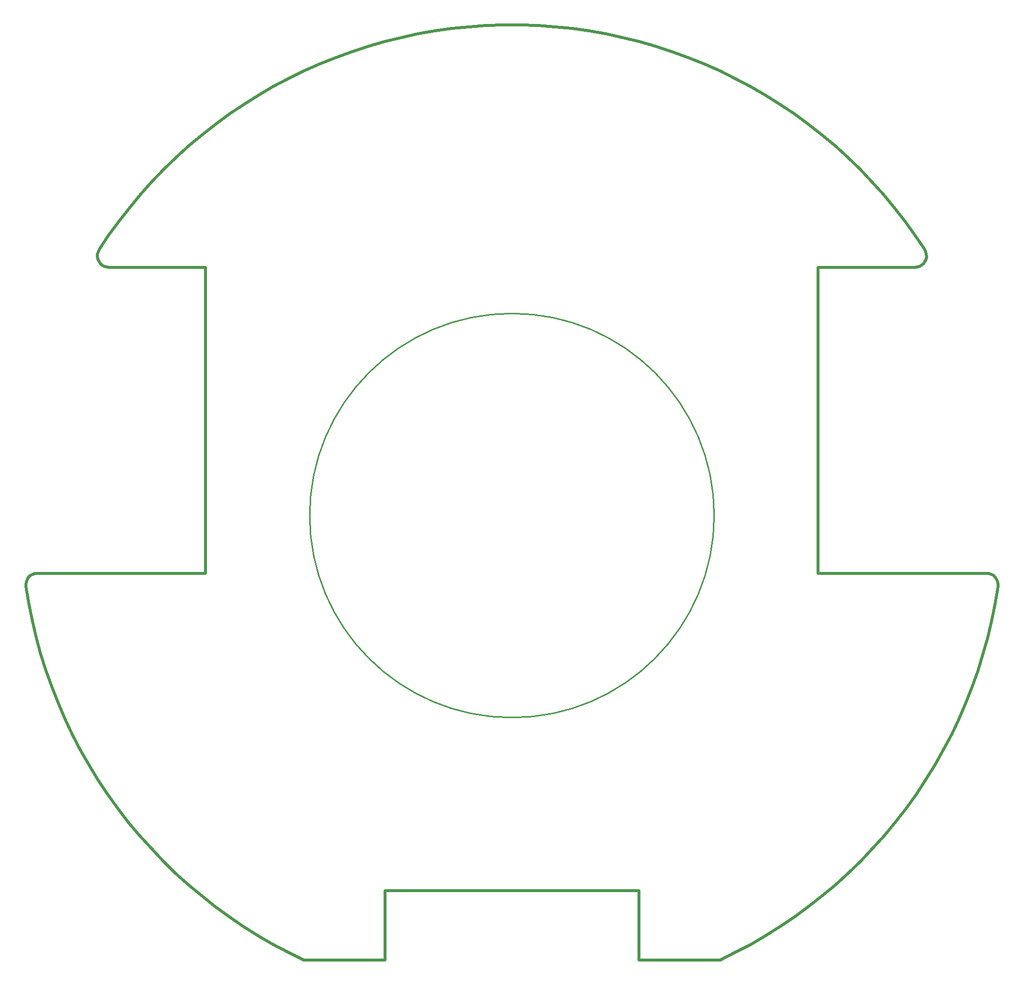
<source format=gko>
%FSAX25Y25*%
%MOIN*%
G70*
G01*
G75*
G04 Layer_Color=16711935*
%ADD10O,0.08661X0.02362*%
%ADD11R,0.03000X0.03543*%
%ADD12R,0.05118X0.05512*%
%ADD13R,0.05512X0.05118*%
%ADD14R,0.03543X0.03000*%
%ADD15R,0.05000X0.06693*%
%ADD16R,0.04921X0.03937*%
%ADD17R,0.08661X0.02362*%
%ADD18O,0.08661X0.02362*%
%ADD19O,0.02362X0.08661*%
%ADD20R,0.09449X0.09843*%
%ADD21C,0.01575*%
%ADD22C,0.01181*%
%ADD23C,0.00984*%
%ADD24C,0.01000*%
%ADD25C,0.03150*%
%ADD26C,0.03937*%
%ADD27C,0.02756*%
%ADD28C,0.02362*%
%ADD29C,0.00591*%
%ADD30C,0.05906*%
%ADD31R,0.05906X0.05906*%
%ADD32C,0.05118*%
%ADD33C,0.07874*%
%ADD34O,0.10236X0.07874*%
%ADD35O,0.08268X0.07874*%
%ADD36R,0.05118X0.09843*%
%ADD37O,0.05118X0.09843*%
%ADD38R,0.06299X0.06299*%
%ADD39C,0.06299*%
%ADD40C,2.75591*%
%ADD41C,0.39370*%
%ADD42C,0.19685*%
%ADD43C,0.05500*%
%ADD44C,0.06693*%
%ADD45C,0.05000*%
%ADD46C,0.01969*%
%ADD47R,0.09646X0.09843*%
%ADD48R,0.09843X0.09449*%
%ADD49R,0.02362X0.08661*%
%ADD50O,0.02362X0.08661*%
%ADD51R,0.20866X0.07087*%
%ADD52O,0.03937X0.01024*%
%ADD53O,0.01024X0.03937*%
%ADD54R,0.03937X0.01024*%
%ADD55R,0.03543X0.01575*%
%ADD56R,0.09449X0.12598*%
%ADD57R,0.06693X0.05000*%
%ADD58R,0.09843X0.14961*%
%ADD59R,0.01969X0.05512*%
%ADD60O,0.08661X0.01575*%
%ADD61R,0.08661X0.01575*%
%ADD62R,0.18110X0.09252*%
%ADD63O,0.01378X0.06299*%
%ADD64R,0.07087X0.07874*%
%ADD65R,0.03543X0.01575*%
%ADD66R,0.09843X0.09646*%
%ADD67R,0.03937X0.04921*%
%ADD68O,0.02165X0.07874*%
%ADD69R,0.15000X0.19685*%
%ADD70R,0.01575X0.03543*%
%ADD71R,0.06000X0.06299*%
%ADD72R,0.06299X0.06000*%
%ADD73C,0.00787*%
%ADD74C,0.00141*%
%ADD75C,0.01378*%
%ADD76C,0.01200*%
%ADD77O,0.09461X0.03162*%
%ADD78R,0.03800X0.04343*%
%ADD79R,0.05918X0.06312*%
%ADD80R,0.06312X0.05918*%
%ADD81R,0.04343X0.03800*%
%ADD82R,0.05800X0.07493*%
%ADD83R,0.05721X0.04737*%
%ADD84R,0.09461X0.03162*%
%ADD85O,0.09461X0.03162*%
%ADD86O,0.03162X0.09461*%
%ADD87R,0.10249X0.10642*%
%ADD88C,0.06706*%
%ADD89R,0.06706X0.06706*%
%ADD90C,0.05918*%
%ADD91C,0.08674*%
%ADD92O,0.11036X0.08674*%
%ADD93O,0.09068X0.08674*%
%ADD94R,0.05918X0.10642*%
%ADD95O,0.05918X0.10642*%
%ADD96R,0.07099X0.07099*%
%ADD97C,0.07099*%
%ADD98C,2.76391*%
%ADD99C,0.40170*%
%ADD100C,0.20485*%
%ADD101C,0.06300*%
%ADD102C,0.07493*%
%ADD103C,0.05800*%
%ADD104R,0.10446X0.10642*%
%ADD105R,0.10642X0.10249*%
%ADD106R,0.03162X0.09461*%
%ADD107O,0.03162X0.09461*%
%ADD108R,0.21666X0.07887*%
%ADD109O,0.04737X0.01824*%
%ADD110O,0.01824X0.04737*%
%ADD111R,0.04737X0.01824*%
%ADD112R,0.04343X0.02375*%
%ADD113R,0.10249X0.13398*%
%ADD114R,0.07493X0.05800*%
%ADD115O,0.09461X0.02375*%
%ADD116R,0.09461X0.02375*%
%ADD117R,0.18910X0.10052*%
%ADD118O,0.02178X0.07099*%
%ADD119R,0.07887X0.08674*%
%ADD120R,0.04343X0.02375*%
%ADD121R,0.10642X0.10446*%
%ADD122R,0.04737X0.05721*%
%ADD123O,0.02965X0.08674*%
%ADD124R,0.15800X0.20485*%
%ADD125R,0.02375X0.04343*%
%ADD126R,0.06800X0.07099*%
%ADD127R,0.07099X0.06800*%
%ADD128C,0.00394*%
%ADD129C,0.00800*%
%ADD130C,0.00150*%
%ADD131C,0.00500*%
D24*
X1024795Y0677500D02*
G03*
X1024795Y0677500I-0137795J0000000D01*
G01*
D46*
X1095661Y0638130D02*
Y0846791D01*
Y0638130D02*
X1210338D01*
X1212014Y0637949D01*
X1213613Y0637416D01*
X1215063Y0636555D01*
X1216295Y0635405D01*
X1217255Y0634020D01*
X1217897Y0632461D01*
X1218193Y0630802D01*
X1218130Y0629117D02*
X1218193Y0630802D01*
X1216216Y0617461D02*
X1218130Y0629117D01*
X1213892Y0605880D02*
X1216216Y0617461D01*
X1211161Y0594388D02*
X1213892Y0605880D01*
X1208026Y0583000D02*
X1211161Y0594388D01*
X1204491Y0571729D02*
X1208026Y0583000D01*
X1200560Y0560590D02*
X1204491Y0571729D01*
X1196239Y0549597D02*
X1200560Y0560590D01*
X1191532Y0538763D02*
X1196239Y0549597D01*
X1186446Y0528102D02*
X1191532Y0538763D01*
X1180987Y0517627D02*
X1186446Y0528102D01*
X1175162Y0507352D02*
X1180987Y0517627D01*
X1168978Y0497288D02*
X1175162Y0507352D01*
X1162442Y0487449D02*
X1168978Y0497288D01*
X1155563Y0477846D02*
X1162442Y0487449D01*
X1148350Y0468493D02*
X1155563Y0477846D01*
X1140811Y0459399D02*
X1148350Y0468493D01*
X1132955Y0450578D02*
X1140811Y0459399D01*
X1124794Y0442039D02*
X1132955Y0450578D01*
X1116336Y0433794D02*
X1124794Y0442039D01*
X1107592Y0425852D02*
X1116336Y0433794D01*
X1098574Y0418223D02*
X1107592Y0425852D01*
X1089292Y0410918D02*
X1098574Y0418223D01*
X1079757Y0403945D02*
X1089292Y0410918D01*
X1069983Y0397313D02*
X1079757Y0403945D01*
X1059981Y0391030D02*
X1069983Y0397313D01*
X1049763Y0385103D02*
X1059981Y0391030D01*
X1039343Y0379541D02*
X1049763Y0385103D01*
X1028732Y0374350D02*
X1039343Y0379541D01*
X0973614Y0374350D02*
X1028732D01*
X0973614D02*
Y0421594D01*
X0800386D02*
X0973614D01*
X0800386Y0374350D02*
Y0421594D01*
X0745268Y0374350D02*
X0800386D01*
X0734657Y0379541D02*
X0745268Y0374350D01*
X0724237Y0385103D02*
X0734657Y0379541D01*
X0714019Y0391030D02*
X0724237Y0385103D01*
X0704017Y0397313D02*
X0714019Y0391030D01*
X0694242Y0403945D02*
X0704017Y0397313D01*
X0684708Y0410918D02*
X0694242Y0403945D01*
X0675426Y0418223D02*
X0684708Y0410918D01*
X0666408Y0425852D02*
X0675426Y0418223D01*
X0657664Y0433794D02*
X0666408Y0425852D01*
X0649206Y0442039D02*
X0657664Y0433794D01*
X0641045Y0450578D02*
X0649206Y0442039D01*
X0633189Y0459399D02*
X0641045Y0450578D01*
X0625650Y0468493D02*
X0633189Y0459399D01*
X0618437Y0477846D02*
X0625650Y0468493D01*
X0611558Y0487449D02*
X0618437Y0477846D01*
X0605022Y0497288D02*
X0611558Y0487449D01*
X0598838Y0507352D02*
X0605022Y0497288D01*
X0593013Y0517627D02*
X0598838Y0507352D01*
X0587554Y0528102D02*
X0593013Y0517627D01*
X0582468Y0538763D02*
X0587554Y0528102D01*
X0577761Y0549597D02*
X0582468Y0538763D01*
X0573440Y0560590D02*
X0577761Y0549597D01*
X0569509Y0571729D02*
X0573440Y0560590D01*
X0565974Y0583000D02*
X0569509Y0571729D01*
X0562839Y0594388D02*
X0565974Y0583000D01*
X0560108Y0605880D02*
X0562839Y0594388D01*
X0557784Y0617461D02*
X0560108Y0605880D01*
X0555870Y0629117D02*
X0557784Y0617461D01*
X0555807Y0630802D02*
X0555870Y0629117D01*
X0555807Y0630802D02*
X0556103Y0632461D01*
X0556745Y0634020D01*
X0557705Y0635405D01*
X0558938Y0636555D01*
X0560387Y0637416D01*
X0561986Y0637949D01*
X0563662Y0638130D01*
X0678339D01*
Y0846791D01*
X0612424D02*
X0678339D01*
X0610749Y0846972D02*
X0612424Y0846791D01*
X0609150Y0847504D02*
X0610749Y0846972D01*
X0607701Y0848364D02*
X0609150Y0847504D01*
X0606469Y0849513D02*
X0607701Y0848364D01*
X0605509Y0850898D02*
X0606469Y0849513D01*
X0604866Y0852455D02*
X0605509Y0850898D01*
X0604569Y0854114D02*
X0604866Y0852455D01*
X0604569Y0854114D02*
X0604631Y0855797D01*
X0605051Y0857429D01*
X0605807Y0858934D01*
X0612330Y0868666D01*
X0619190Y0878163D01*
X0626378Y0887414D01*
X0633885Y0896408D01*
X0641703Y0905133D01*
X0649821Y0913580D01*
X0658229Y0921737D01*
X0666919Y0929595D01*
X0675877Y0937144D01*
X0685095Y0944375D01*
X0694560Y0951278D01*
X0704261Y0957847D01*
X0714186Y0964071D01*
X0724323Y0969944D01*
X0734659Y0975459D01*
X0745181Y0980609D01*
X0755878Y0985387D01*
X0766735Y0989788D01*
X0777740Y0993807D01*
X0788878Y0997437D01*
X0800137Y1000676D01*
X0811502Y1003518D01*
X0822960Y1005961D01*
X0834496Y1008001D01*
X0846097Y1009636D01*
X0857748Y1010865D01*
X0869434Y1011684D01*
X0881142Y1012094D01*
X0892858D01*
X0904566Y1011684D01*
X0916252Y1010865D01*
X0927903Y1009636D01*
X0939504Y1008001D01*
X0951040Y1005961D01*
X0962498Y1003518D01*
X0973863Y1000676D01*
X0985122Y0997437D01*
X0996260Y0993807D01*
X1007265Y0989788D01*
X1018122Y0985387D01*
X1028819Y0980609D01*
X1039341Y0975459D01*
X1049677Y0969944D01*
X1059814Y0964071D01*
X1069739Y0957847D01*
X1079440Y0951278D01*
X1088905Y0944375D01*
X1098123Y0937144D01*
X1107081Y0929595D01*
X1115771Y0921737D01*
X1124179Y0913580D01*
X1132297Y0905133D01*
X1140115Y0896408D01*
X1147622Y0887414D01*
X1154810Y0878163D01*
X1161670Y0868666D01*
X1168193Y0858934D01*
X1168949Y0857429D01*
X1169369Y0855797D01*
X1169431Y0854114D01*
X1169134Y0852455D02*
X1169431Y0854114D01*
X1168491Y0850898D02*
X1169134Y0852455D01*
X1167531Y0849513D02*
X1168491Y0850898D01*
X1166298Y0848364D02*
X1167531Y0849513D01*
X1164850Y0847504D02*
X1166298Y0848364D01*
X1163251Y0846972D02*
X1164850Y0847504D01*
X1161576Y0846791D02*
X1163251Y0846972D01*
X1095661Y0846791D02*
X1161576D01*
M02*

</source>
